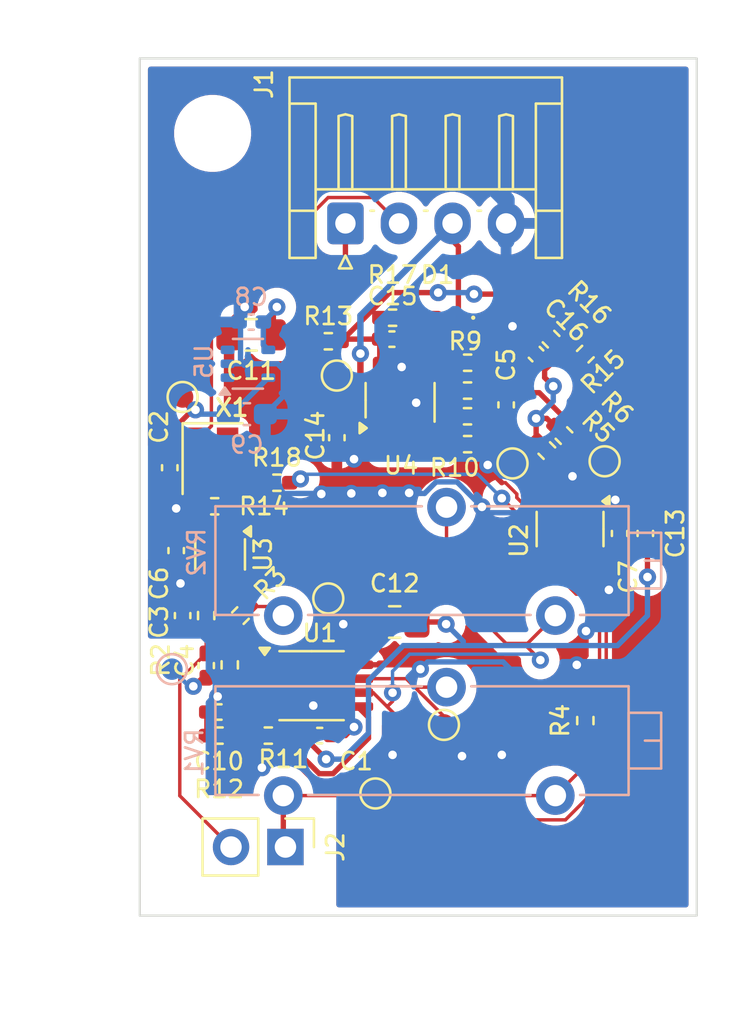
<source format=kicad_pcb>
(kicad_pcb
	(version 20240108)
	(generator "pcbnew")
	(generator_version "8.0")
	(general
		(thickness 1.6)
		(legacy_teardrops no)
	)
	(paper "A4")
	(layers
		(0 "F.Cu" signal)
		(31 "B.Cu" signal)
		(32 "B.Adhes" user "B.Adhesive")
		(33 "F.Adhes" user "F.Adhesive")
		(34 "B.Paste" user)
		(35 "F.Paste" user)
		(36 "B.SilkS" user "B.Silkscreen")
		(37 "F.SilkS" user "F.Silkscreen")
		(38 "B.Mask" user)
		(39 "F.Mask" user)
		(40 "Dwgs.User" user "User.Drawings")
		(41 "Cmts.User" user "User.Comments")
		(42 "Eco1.User" user "User.Eco1")
		(43 "Eco2.User" user "User.Eco2")
		(44 "Edge.Cuts" user)
		(45 "Margin" user)
		(46 "B.CrtYd" user "B.Courtyard")
		(47 "F.CrtYd" user "F.Courtyard")
		(48 "B.Fab" user)
		(49 "F.Fab" user)
		(50 "User.1" user)
		(51 "User.2" user)
		(52 "User.3" user)
		(53 "User.4" user)
		(54 "User.5" user)
		(55 "User.6" user)
		(56 "User.7" user)
		(57 "User.8" user)
		(58 "User.9" user)
	)
	(setup
		(stackup
			(layer "F.SilkS"
				(type "Top Silk Screen")
			)
			(layer "F.Paste"
				(type "Top Solder Paste")
			)
			(layer "F.Mask"
				(type "Top Solder Mask")
				(thickness 0.01)
			)
			(layer "F.Cu"
				(type "copper")
				(thickness 0.035)
			)
			(layer "dielectric 1"
				(type "core")
				(thickness 1.51)
				(material "FR4")
				(epsilon_r 4.5)
				(loss_tangent 0.02)
			)
			(layer "B.Cu"
				(type "copper")
				(thickness 0.035)
			)
			(layer "B.Mask"
				(type "Bottom Solder Mask")
				(thickness 0.01)
			)
			(layer "B.Paste"
				(type "Bottom Solder Paste")
			)
			(layer "B.SilkS"
				(type "Bottom Silk Screen")
			)
			(copper_finish "None")
			(dielectric_constraints no)
		)
		(pad_to_mask_clearance 0)
		(allow_soldermask_bridges_in_footprints no)
		(pcbplotparams
			(layerselection 0x00010fc_ffffffff)
			(plot_on_all_layers_selection 0x0000000_00000000)
			(disableapertmacros no)
			(usegerberextensions no)
			(usegerberattributes yes)
			(usegerberadvancedattributes yes)
			(creategerberjobfile yes)
			(dashed_line_dash_ratio 12.000000)
			(dashed_line_gap_ratio 3.000000)
			(svgprecision 4)
			(plotframeref no)
			(viasonmask no)
			(mode 1)
			(useauxorigin no)
			(hpglpennumber 1)
			(hpglpenspeed 20)
			(hpglpendiameter 15.000000)
			(pdf_front_fp_property_popups yes)
			(pdf_back_fp_property_popups yes)
			(dxfpolygonmode yes)
			(dxfimperialunits yes)
			(dxfusepcbnewfont yes)
			(psnegative no)
			(psa4output no)
			(plotreference yes)
			(plotvalue yes)
			(plotfptext yes)
			(plotinvisibletext no)
			(sketchpadsonfab no)
			(subtractmaskfromsilk no)
			(outputformat 1)
			(mirror no)
			(drillshape 0)
			(scaleselection 1)
			(outputdirectory "sensor-gerbers")
		)
	)
	(net 0 "")
	(net 1 "/+VDDA")
	(net 2 "GND")
	(net 3 "/+VDD")
	(net 4 "Net-(J2-Pin_2)")
	(net 5 "Net-(U1A--)")
	(net 6 "Net-(C5-Pad1)")
	(net 7 "Net-(C5-Pad2)")
	(net 8 "/+VIN")
	(net 9 "/ref")
	(net 10 "/enable")
	(net 11 "/sense")
	(net 12 "Net-(J2-Pin_1)")
	(net 13 "Net-(U3-Y)")
	(net 14 "Net-(R2-Pad2)")
	(net 15 "Net-(R3-Pad1)")
	(net 16 "Net-(R4-Pad1)")
	(net 17 "Net-(R4-Pad2)")
	(net 18 "Net-(U4-+)")
	(net 19 "Net-(U4--)")
	(net 20 "/clk")
	(net 21 "unconnected-(U3-NC-Pad1)")
	(net 22 "unconnected-(U5-NC-Pad1)")
	(net 23 "unconnected-(U5-NC-Pad3)")
	(net 24 "/ref2")
	(net 25 "Net-(D1-A)")
	(net 26 "Net-(R18-Pad2)")
	(footprint "TestPoint:TestPoint_Pad_D1.0mm" (layer "F.Cu") (at 87.3 64.8))
	(footprint "Resistor_SMD:R_0402_1005Metric_Pad0.72x0.64mm_HandSolder" (layer "F.Cu") (at 93.4 66.7 180))
	(footprint "Resistor_SMD:R_0402_1005Metric_Pad0.72x0.64mm_HandSolder" (layer "F.Cu") (at 97.3 63.1 135))
	(footprint "TestPoint:TestPoint_Pad_D1.0mm" (layer "F.Cu") (at 99.8 68.8))
	(footprint "Connector_JST:JST_EH_S4B-EH_1x04_P2.50mm_Horizontal" (layer "F.Cu") (at 87.7 57.7))
	(footprint "Capacitor_SMD:C_0402_1005Metric_Pad0.74x0.62mm_HandSolder" (layer "F.Cu") (at 95.2025 66.1675 90))
	(footprint "Capacitor_SMD:C_0402_1005Metric_Pad0.74x0.62mm_HandSolder" (layer "F.Cu") (at 79.8 72.9675 90))
	(footprint "TestPoint:TestPoint_Pad_D1.0mm" (layer "F.Cu") (at 92.3 81.1))
	(footprint "Crystal:Crystal_SMD_2520-4Pin_2.5x2.0mm" (layer "F.Cu") (at 81.5 68.675 -90))
	(footprint "Resistor_SMD:R_0402_1005Metric_Pad0.72x0.64mm_HandSolder" (layer "F.Cu") (at 89.9025 62.1))
	(footprint "Resistor_SMD:R_0402_1005Metric_Pad0.72x0.64mm_HandSolder" (layer "F.Cu") (at 84.5025 69.8))
	(footprint "MountingHole:MountingHole_3.2mm_M3_DIN965" (layer "F.Cu") (at 81.5 53.5))
	(footprint "Resistor_SMD:R_0402_1005Metric_Pad0.72x0.64mm_HandSolder" (layer "F.Cu") (at 98.9 63.8 -135))
	(footprint "Resistor_SMD:R_0402_1005Metric_Pad0.72x0.64mm_HandSolder" (layer "F.Cu") (at 84.1 81.6 180))
	(footprint "Capacitor_SMD:C_0402_1005Metric_Pad0.74x0.62mm_HandSolder" (layer "F.Cu") (at 86.5 81.6))
	(footprint "Resistor_SMD:R_0402_1005Metric_Pad0.72x0.64mm_HandSolder" (layer "F.Cu") (at 82.3 78.3 90))
	(footprint "Resistor_SMD:R_0402_1005Metric_Pad0.72x0.64mm_HandSolder" (layer "F.Cu") (at 81.2 76 -90))
	(footprint "Connector_PinHeader_2.54mm:PinHeader_1x02_P2.54mm_Vertical" (layer "F.Cu") (at 84.9 86.8 -90))
	(footprint "Capacitor_SMD:C_0402_1005Metric_Pad0.74x0.62mm_HandSolder" (layer "F.Cu") (at 79.5 69.1 -90))
	(footprint "Package_TO_SOT_SMD:SOT-23-6" (layer "F.Cu") (at 98.1875 71.9625 -90))
	(footprint "TestPoint:TestPoint_Pad_D1.0mm" (layer "F.Cu") (at 89.1 84.3))
	(footprint "Resistor_SMD:R_0402_1005Metric_Pad0.72x0.64mm_HandSolder" (layer "F.Cu") (at 98.9 80.9 90))
	(footprint "LED_SMD:LED_0402_1005Metric_Pad0.77x0.64mm_HandSolder" (layer "F.Cu") (at 92.4 62.1 180))
	(footprint "TestPoint:TestPoint_Pad_D1.0mm" (layer "F.Cu") (at 80.1 65.8))
	(footprint "TestPoint:TestPoint_Pad_D1.0mm" (layer "F.Cu") (at 95.5 68.9))
	(footprint "Capacitor_SMD:C_0402_1005Metric_Pad0.74x0.62mm_HandSolder" (layer "F.Cu") (at 81.2 78.3325 -90))
	(footprint "Capacitor_SMD:C_0402_1005Metric_Pad0.74x0.62mm_HandSolder" (layer "F.Cu") (at 89.87 63.1))
	(footprint "Resistor_SMD:R_0402_1005Metric_Pad0.72x0.64mm_HandSolder" (layer "F.Cu") (at 97.1025 68.3 135))
	(footprint "Capacitor_SMD:C_0402_1005Metric_Pad0.74x0.62mm_HandSolder" (layer "F.Cu") (at 96.598717 63.798717 135))
	(footprint "Capacitor_SMD:C_0402_1005Metric_Pad0.74x0.62mm_HandSolder" (layer "F.Cu") (at 101.7 72.1675 90))
	(footprint "Capacitor_SMD:C_0402_1005Metric_Pad0.74x0.62mm_HandSolder" (layer "F.Cu") (at 100.5 72.1675 90))
	(footprint "Resistor_SMD:R_0402_1005Metric_Pad0.72x0.64mm_HandSolder" (layer "F.Cu") (at 82.8 76 -135))
	(footprint "Capacitor_SMD:C_0402_1005Metric_Pad0.74x0.62mm_HandSolder" (layer "F.Cu") (at 80.1 76 90))
	(footprint "TestPoint:TestPoint_Pad_D1.0mm" (layer "F.Cu") (at 86.9 75.2))
	(footprint "Resistor_SMD:R_0402_1005Metric_Pad0.72x0.64mm_HandSolder" (layer "F.Cu") (at 93.405 68 180))
	(footprint "Resistor_SMD:R_0402_1005Metric_Pad0.72x0.64mm_HandSolder" (layer "F.Cu") (at 93.4025 65.5))
	(footprint "Capacitor_SMD:C_0402_1005Metric_Pad0.74x0.62mm_HandSolder" (layer "F.Cu") (at 87.3 67.7 -90))
	(footprint "Package_SO:MSOP-8-1EP_3x3mm_P0.65mm_EP1.68x1.88mm" (layer "F.Cu") (at 86.12 79.27))
	(footprint "Package_TO_SOT_SMD:SOT-23-5_HandSoldering" (layer "F.Cu") (at 90.2525 66.05 90))
	(footprint "Resistor_SMD:R_0402_1005Metric_Pad0.72x0.64mm_HandSolder" (layer "F.Cu") (at 86.9025 63.2))
	(footprint "Capacitor_SMD:C_0805_2012Metric_Pad1.18x1.45mm_HandSolder" (layer "F.Cu") (at 83.3 62.9 180))
	(footprint "Resistor_SMD:R_0402_1005Metric_Pad0.72x0.64mm_HandSolder" (layer "F.Cu") (at 81.8 81.6 180))
	(footprint "Capacitor_SMD:C_0402_1005Metric_Pad0.74x0.62mm_HandSolder" (layer "F.Cu") (at 81.8 80.5 180))
	(footprint "Package_TO_SOT_SMD:SOT-353_SC-70-5" (layer "F.Cu") (at 81.85 73.15 -90))
	(footprint "Resistor_SMD:R_0402_1005Metric_Pad0.72x0.64mm_HandSolder"
		(layer "F.Cu")
		(uuid "efb72f7f-63a5-4b17-bad0-f778d22f3e70")
		(at 97.9025 67.6 -45)
		(descr "Resistor SMD 0402 (1005 Metric), sq
... [217063 chars truncated]
</source>
